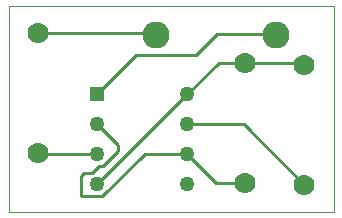
<source format=gbr>
G04 PROTEUS GERBER X2 FILE*
%TF.GenerationSoftware,Labcenter,Proteus,8.17-SP2-Build37159*%
%TF.CreationDate,2025-10-11T08:53:27+00:00*%
%TF.FileFunction,Copper,L2,Bot*%
%TF.FilePolarity,Positive*%
%TF.Part,Single*%
%TF.SameCoordinates,{a55e4d6c-05e1-4aca-87d3-cb5da3fea1e9}*%
%FSLAX45Y45*%
%MOMM*%
G01*
%TA.AperFunction,Conductor*%
%ADD10C,0.254000*%
%TA.AperFunction,ComponentPad*%
%ADD11R,1.270000X1.270000*%
%ADD12C,1.270000*%
%TA.AperFunction,ComponentPad*%
%ADD14C,2.286000*%
%ADD15C,1.778000*%
%TA.AperFunction,Profile*%
%ADD16C,0.101600*%
%TD.AperFunction*%
D10*
X-1500000Y+1500000D02*
X-1516000Y+1516000D01*
X-2500000Y+1516000D01*
X-2000000Y+492000D02*
X-2492000Y+492000D01*
X-2500000Y+500000D01*
X-750000Y+1266000D02*
X-266000Y+1266000D01*
X-250000Y+1250000D01*
X-2000000Y+1000000D02*
X-1670695Y+1329305D01*
X-1164291Y+1329305D01*
X-988013Y+1505583D01*
X-943944Y+1505583D01*
X-489583Y+1505583D01*
X-484000Y+1500000D01*
X-1238000Y+1000000D02*
X-972000Y+1266000D01*
X-750000Y+1266000D01*
X-1238000Y+746000D02*
X-762000Y+746000D01*
X-250000Y+234000D01*
X-2000000Y+238000D02*
X-1238000Y+1000000D01*
X-750000Y+250000D02*
X-996000Y+250000D01*
X-1238000Y+492000D01*
X-1600666Y+492000D01*
X-1959459Y+133207D01*
X-2140888Y+133207D01*
X-2140888Y+306571D01*
X-2116698Y+330761D01*
X-2044127Y+330761D01*
X-1983650Y+391238D01*
X-1955428Y+391238D01*
X-1826413Y+520253D01*
X-1826413Y+572413D01*
X-2000000Y+746000D01*
D11*
X-2000000Y+1000000D03*
D12*
X-2000000Y+746000D03*
X-2000000Y+492000D03*
X-2000000Y+238000D03*
X-1238000Y+238000D03*
X-1238000Y+492000D03*
X-1238000Y+746000D03*
X-1238000Y+1000000D03*
D14*
X-1500000Y+1500000D03*
X-484000Y+1500000D03*
D15*
X-750000Y+250000D03*
X-750000Y+1266000D03*
X-2500000Y+500000D03*
X-2500000Y+1516000D03*
X-250000Y+234000D03*
X-250000Y+1250000D03*
D16*
X-2750000Y+0D02*
X+0Y+0D01*
X+0Y+1750000D01*
X-2750000Y+1750000D01*
X-2750000Y+0D01*
M02*

</source>
